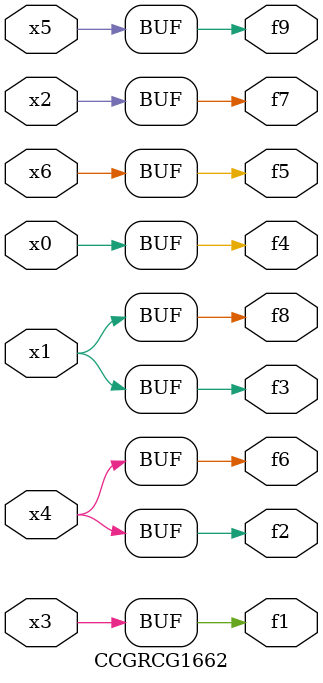
<source format=v>
module CCGRCG1662(
	input x0, x1, x2, x3, x4, x5, x6,
	output f1, f2, f3, f4, f5, f6, f7, f8, f9
);
	assign f1 = x3;
	assign f2 = x4;
	assign f3 = x1;
	assign f4 = x0;
	assign f5 = x6;
	assign f6 = x4;
	assign f7 = x2;
	assign f8 = x1;
	assign f9 = x5;
endmodule

</source>
